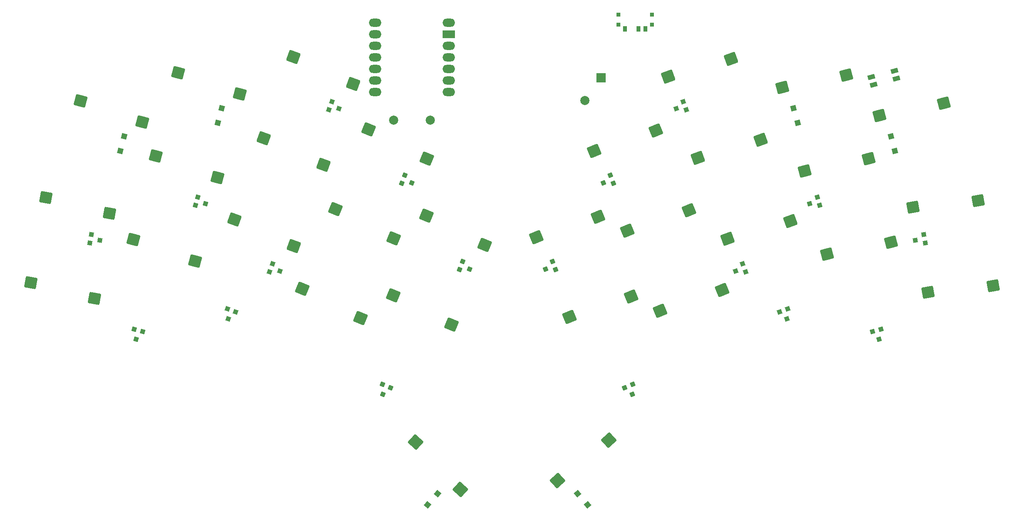
<source format=gbr>
%TF.GenerationSoftware,KiCad,Pcbnew,8.0.7*%
%TF.CreationDate,2024-12-24T09:40:09-07:00*%
%TF.ProjectId,chuck,63687563-6b2e-46b6-9963-61645f706362,v1.0*%
%TF.SameCoordinates,Original*%
%TF.FileFunction,Paste,Bot*%
%TF.FilePolarity,Positive*%
%FSLAX46Y46*%
G04 Gerber Fmt 4.6, Leading zero omitted, Abs format (unit mm)*
G04 Created by KiCad (PCBNEW 8.0.7) date 2024-12-24 09:40:09*
%MOMM*%
%LPD*%
G01*
G04 APERTURE LIST*
G04 Aperture macros list*
%AMRoundRect*
0 Rectangle with rounded corners*
0 $1 Rounding radius*
0 $2 $3 $4 $5 $6 $7 $8 $9 X,Y pos of 4 corners*
0 Add a 4 corners polygon primitive as box body*
4,1,4,$2,$3,$4,$5,$6,$7,$8,$9,$2,$3,0*
0 Add four circle primitives for the rounded corners*
1,1,$1+$1,$2,$3*
1,1,$1+$1,$4,$5*
1,1,$1+$1,$6,$7*
1,1,$1+$1,$8,$9*
0 Add four rect primitives between the rounded corners*
20,1,$1+$1,$2,$3,$4,$5,0*
20,1,$1+$1,$4,$5,$6,$7,0*
20,1,$1+$1,$6,$7,$8,$9,0*
20,1,$1+$1,$8,$9,$2,$3,0*%
%AMRotRect*
0 Rectangle, with rotation*
0 The origin of the aperture is its center*
0 $1 length*
0 $2 width*
0 $3 Rotation angle, in degrees counterclockwise*
0 Add horizontal line*
21,1,$1,$2,0,0,$3*%
G04 Aperture macros list end*
%ADD10R,0.900000X0.900000*%
%ADD11R,0.900000X1.250000*%
%ADD12O,2.750000X1.800000*%
%ADD13R,2.750000X1.800000*%
%ADD14C,2.000000*%
%ADD15RotRect,1.550000X1.000000X15.000000*%
%ADD16R,2.000000X2.000000*%
%ADD17RotRect,1.200000X1.200000X75.000000*%
%ADD18RotRect,1.000000X1.000000X200.000000*%
%ADD19RoundRect,0.250000X0.755403X1.237686X-1.273041X0.694166X-0.755403X-1.237686X1.273041X-0.694166X0*%
%ADD20RotRect,1.000000X1.000000X202.500000*%
%ADD21RoundRect,0.250000X1.273041X0.694166X-0.755403X1.237686X-1.273041X-0.694166X0.755403X-1.237686X0*%
%ADD22RotRect,1.000000X1.000000X100.000000*%
%ADD23RotRect,1.000000X1.000000X250.000000*%
%ADD24RotRect,1.200000X1.200000X105.000000*%
%ADD25RoundRect,0.250000X0.587390X1.325697X-1.352757X0.522062X-0.587390X-1.325697X1.352757X-0.522062X0*%
%ADD26RoundRect,0.250000X1.352757X0.522062X-0.587390X1.325697X-1.352757X-0.522062X0.587390X-1.325697X0*%
%ADD27RotRect,1.000000X1.000000X160.000000*%
%ADD28RotRect,1.000000X1.000000X105.000000*%
%ADD29RotRect,1.000000X1.000000X255.000000*%
%ADD30RotRect,1.000000X1.000000X247.500000*%
%ADD31RoundRect,0.250000X0.860400X1.167138X-1.207696X0.802477X-0.860400X-1.167138X1.207696X-0.802477X0*%
%ADD32RotRect,1.200000X1.200000X132.500000*%
%ADD33RoundRect,0.250000X0.644657X1.298814X-1.328697X0.580571X-0.644657X-1.298814X1.328697X-0.580571X0*%
%ADD34RotRect,1.000000X1.000000X195.000000*%
%ADD35RotRect,1.000000X1.000000X165.000000*%
%ADD36RoundRect,0.250000X1.328697X0.580571X-0.644657X1.298814X-1.328697X-0.580571X0.644657X-1.298814X0*%
%ADD37RoundRect,0.250000X0.098551X1.446647X-1.449731X0.027908X-0.098551X-1.446647X1.449731X-0.027908X0*%
%ADD38RoundRect,0.250000X1.207696X0.802477X-0.860400X1.167138X-1.207696X-0.802477X0.860400X-1.167138X0*%
%ADD39RotRect,1.000000X1.000000X260.000000*%
%ADD40RotRect,1.000000X1.000000X112.500000*%
%ADD41RotRect,1.000000X1.000000X110.000000*%
%ADD42RotRect,1.200000X1.200000X47.500000*%
%ADD43RotRect,1.000000X1.000000X157.500000*%
%ADD44RoundRect,0.250000X1.449731X0.027908X-0.098551X1.446647X-1.449731X-0.027908X0.098551X-1.446647X0*%
G04 APERTURE END LIST*
D10*
%TO.C,T1*%
X178280214Y-32279189D03*
X178280215Y-34479194D03*
X185680215Y-32279188D03*
X185680216Y-34479193D03*
D11*
X179730216Y-35454191D03*
X182730210Y-35454192D03*
X184230213Y-35454193D03*
%TD*%
D12*
%TO.C,MCU1*%
X124860218Y-34109192D03*
X124860218Y-36649194D03*
X124860216Y-39189191D03*
X124860222Y-41729193D03*
X124860218Y-44269193D03*
X124860219Y-46809193D03*
X124860219Y-49349192D03*
X141100216Y-49349192D03*
X141100216Y-46809190D03*
X141100218Y-44269193D03*
X141100212Y-41729191D03*
X141100216Y-39189191D03*
D13*
X141100215Y-36649191D03*
D12*
X141100215Y-34109192D03*
%TD*%
D14*
%TO.C,PAD2*%
X136980226Y-55479191D03*
%TD*%
%TO.C,PAD3*%
X170980219Y-51179192D03*
%TD*%
%TO.C,PAD1*%
X128980220Y-55479187D03*
%TD*%
D15*
%TO.C,B1*%
X233894232Y-46053425D03*
X238965341Y-44694625D03*
X234334225Y-47695499D03*
X239405334Y-46336699D03*
%TD*%
D16*
%TO.C,PAD4*%
X174480221Y-46179201D03*
%TD*%
D17*
%TO.C,SW1*%
X68901583Y-62269280D03*
X69755681Y-59081724D03*
%TD*%
D18*
%TO.C,DA5*%
X215508017Y-97013515D03*
X213722601Y-97663353D03*
X215299351Y-99217818D03*
%TD*%
D19*
%TO.C,S20*%
X228353137Y-45621004D03*
X214268638Y-48307889D03*
%TD*%
D20*
%TO.C,DA6*%
X181449444Y-113610578D03*
X179694074Y-114337676D03*
X181337125Y-115821883D03*
%TD*%
D21*
%TO.C,S4*%
X85323577Y-86493185D03*
X71782597Y-81777851D03*
%TD*%
%TO.C,S5*%
X90241135Y-68140584D03*
X76700155Y-63425250D03*
%TD*%
D22*
%TO.C,DC7*%
X245677564Y-82529166D03*
X245347633Y-80658030D03*
X243542990Y-81940893D03*
%TD*%
D23*
%TO.C,DC4*%
X115384025Y-51406128D03*
X114734185Y-53191545D03*
X116938490Y-52982873D03*
%TD*%
D24*
%TO.C,SW4*%
X239058848Y-62269273D03*
X238204744Y-59081715D03*
%TD*%
D21*
%TO.C,S3*%
X73749983Y-55959124D03*
X60209003Y-51243790D03*
%TD*%
D25*
%TO.C,S24*%
X201117196Y-92890133D03*
X187503905Y-97392433D03*
%TD*%
D26*
%TO.C,S10*%
X121717707Y-99051338D03*
X108908052Y-92608891D03*
%TD*%
D27*
%TO.C,DA2*%
X94237834Y-97663350D03*
X92452417Y-97013510D03*
X92661089Y-99217815D03*
%TD*%
D25*
%TO.C,S28*%
X173868839Y-76756166D03*
X160255548Y-81258466D03*
%TD*%
D28*
%TO.C,DC8*%
X222515948Y-74257564D03*
X222024194Y-72422303D03*
X220338224Y-73857574D03*
%TD*%
D25*
%TO.C,S26*%
X186575231Y-57782714D03*
X172961940Y-62285014D03*
%TD*%
D29*
%TO.C,DC2*%
X85936254Y-72422307D03*
X85444498Y-74257566D03*
X87622232Y-73857572D03*
%TD*%
D30*
%TO.C,DC6*%
X144139142Y-86600552D03*
X143412044Y-88355920D03*
X145623354Y-88243602D03*
%TD*%
D26*
%TO.C,S11*%
X128988689Y-81497625D03*
X116179034Y-75055178D03*
%TD*%
D31*
%TO.C,S16*%
X257287717Y-73221679D03*
X243022636Y-74670801D03*
%TD*%
D26*
%TO.C,S12*%
X136259672Y-63943924D03*
X123450017Y-57501477D03*
%TD*%
D24*
%TO.C,SW5*%
X217650135Y-56098166D03*
X216796031Y-52910608D03*
%TD*%
D26*
%TO.C,S14*%
X148966073Y-82917386D03*
X136156418Y-76474939D03*
%TD*%
D32*
%TO.C,SW6*%
X171553763Y-140071954D03*
X169324313Y-137638934D03*
%TD*%
D33*
%TO.C,S23*%
X203043806Y-42009375D03*
X189247087Y-45913585D03*
%TD*%
D19*
%TO.C,S18*%
X238188286Y-82326193D03*
X224103787Y-85013078D03*
%TD*%
D34*
%TO.C,DA4*%
X235976007Y-101502180D03*
X234140746Y-101993934D03*
X235576017Y-103679904D03*
%TD*%
D35*
%TO.C,DA1*%
X73819706Y-101993939D03*
X71984447Y-101502183D03*
X72384441Y-103679917D03*
%TD*%
D33*
%TO.C,S22*%
X209542184Y-59863527D03*
X195745465Y-63767737D03*
%TD*%
D19*
%TO.C,S19*%
X233270715Y-63973612D03*
X219186216Y-66660497D03*
%TD*%
D36*
%TO.C,S9*%
X120045683Y-47515895D03*
X106967200Y-41638334D03*
%TD*%
D25*
%TO.C,S27*%
X181139822Y-94309872D03*
X167526531Y-98812172D03*
%TD*%
D37*
%TO.C,S30*%
X176209625Y-125836480D03*
X164957192Y-134723276D03*
%TD*%
D33*
%TO.C,S21*%
X216040570Y-77717693D03*
X202243851Y-81621903D03*
%TD*%
D38*
%TO.C,S2*%
X66528122Y-76017419D03*
X52627701Y-72500202D03*
%TD*%
%TO.C,S1*%
X63228797Y-94728772D03*
X49328376Y-91211555D03*
%TD*%
D39*
%TO.C,DC1*%
X62612808Y-80658028D03*
X62282874Y-82529160D03*
X64417450Y-81940888D03*
%TD*%
D36*
%TO.C,S8*%
X113547303Y-65370059D03*
X100468820Y-59492498D03*
%TD*%
D40*
%TO.C,DC12*%
X164548398Y-88355925D03*
X163821300Y-86600555D03*
X162337093Y-88243606D03*
%TD*%
D41*
%TO.C,DC10*%
X193226265Y-53191534D03*
X192576427Y-51406118D03*
X191021962Y-52982868D03*
%TD*%
D25*
%TO.C,S25*%
X193846206Y-75336416D03*
X180232915Y-79838716D03*
%TD*%
D23*
%TO.C,DC3*%
X102387253Y-87114444D03*
X101737413Y-88899861D03*
X103941718Y-88691189D03*
%TD*%
D41*
%TO.C,DC9*%
X206223035Y-88899855D03*
X205573197Y-87114439D03*
X204018732Y-88691189D03*
%TD*%
D30*
%TO.C,DC5*%
X131432764Y-67627098D03*
X130705666Y-69382466D03*
X132916976Y-69270148D03*
%TD*%
D26*
%TO.C,S13*%
X141695088Y-100471095D03*
X128885433Y-94028648D03*
%TD*%
D21*
%TO.C,S6*%
X95158706Y-49787987D03*
X81617726Y-45072653D03*
%TD*%
D31*
%TO.C,S15*%
X260587037Y-91933022D03*
X246321956Y-93382144D03*
%TD*%
D42*
%TO.C,SW3*%
X136406699Y-140071945D03*
X138636143Y-137638925D03*
%TD*%
D43*
%TO.C,DA3*%
X128266358Y-114337677D03*
X126510990Y-113610579D03*
X126623308Y-115821889D03*
%TD*%
D36*
%TO.C,S7*%
X107048901Y-83224209D03*
X93970418Y-77346648D03*
%TD*%
D40*
%TO.C,DC11*%
X177254784Y-69382474D03*
X176527686Y-67627104D03*
X175043479Y-69270155D03*
%TD*%
D44*
%TO.C,S29*%
X143620981Y-136713497D03*
X133787282Y-126278416D03*
%TD*%
D17*
%TO.C,SW2*%
X90310306Y-56098158D03*
X91164404Y-52910602D03*
%TD*%
D19*
%TO.C,S17*%
X249761865Y-51792125D03*
X235677366Y-54479010D03*
%TD*%
M02*

</source>
